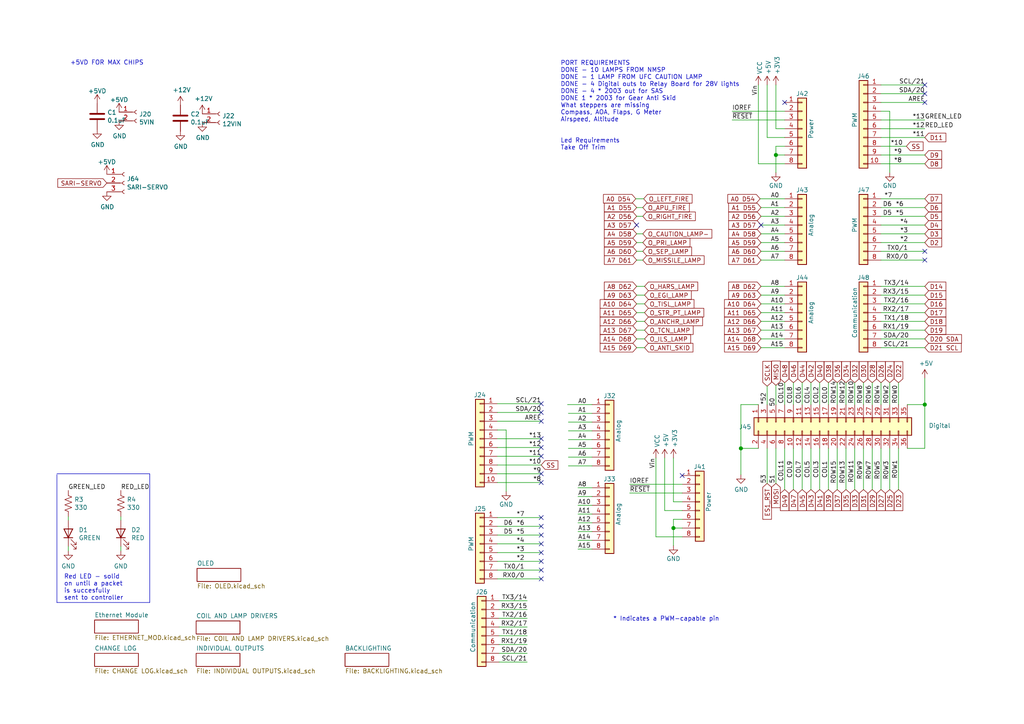
<source format=kicad_sch>
(kicad_sch (version 20231120) (generator "eeschema") (generator_version "8.0")
  (paper "A4")
  (title_block (date "mar. 31 mars 2015"))
  (lib_symbols
    (symbol "Connector:Conn_01x02_Female" (pin_names (offset 1.016) hide)
      (property "Reference" "J" (at 0 2.54 0))
      (property "Value" "Conn_01x02_Female" (at 0 -5.08 0))
      (symbol "Conn_01x02_Female_1_1"
        (pin passive line (at -5.08 0 0) (length 3.81) (name "Pin_1") (number "1"))
        (pin passive line (at -5.08 -2.54 0) (length 3.81) (name "Pin_2") (number "2"))
      )
    )
    (symbol "Connector:Conn_01x03_Socket" (pin_names (offset 1.016) hide)
      (property "Reference" "J" (at 0 5.08 0))
      (property "Value" "Conn_01x03_Socket" (at 0 -5.08 0))
      (symbol "Conn_01x03_Socket_1_1"
        (pin passive line (at -5.08 2.54 0) (length 3.81) (name "Pin_1") (number "1"))
        (pin passive line (at -5.08 0 0) (length 3.81) (name "Pin_2") (number "2"))
        (pin passive line (at -5.08 -2.54 0) (length 3.81) (name "Pin_3") (number "3"))
      )
    )
    (symbol "Connector_Generic:Conn_01x08" (pin_names (offset 1.016) hide)
      (property "Reference" "J" (at 0 10.16 0))
      (property "Value" "Conn_01x08" (at 0 -12.7 0))
      (symbol "Conn_01x08_1_1"
        (pin passive line (at -5.08 7.62 0) (length 3.81) (name "Pin_1") (number "1"))
        (pin passive line (at -5.08 5.08 0) (length 3.81) (name "Pin_2") (number "2"))
        (pin passive line (at -5.08 2.54 0) (length 3.81) (name "Pin_3") (number "3"))
        (pin passive line (at -5.08 0 0) (length 3.81) (name "Pin_4") (number "4"))
        (pin passive line (at -5.08 -2.54 0) (length 3.81) (name "Pin_5") (number "5"))
        (pin passive line (at -5.08 -5.08 0) (length 3.81) (name "Pin_6") (number "6"))
        (pin passive line (at -5.08 -7.62 0) (length 3.81) (name "Pin_7") (number "7"))
        (pin passive line (at -5.08 -10.16 0) (length 3.81) (name "Pin_8") (number "8"))
      )
    )
    (symbol "Connector_Generic:Conn_01x10" (pin_names (offset 1.016) hide)
      (property "Reference" "J" (at 0 12.7 0))
      (property "Value" "Conn_01x10" (at 0 -15.24 0))
      (symbol "Conn_01x10_1_1"
        (pin passive line (at -5.08 10.16 0) (length 3.81) (name "Pin_1") (number "1"))
        (pin passive line (at -5.08 -12.7 0) (length 3.81) (name "Pin_10") (number "10"))
        (pin passive line (at -5.08 7.62 0) (length 3.81) (name "Pin_2") (number "2"))
        (pin passive line (at -5.08 5.08 0) (length 3.81) (name "Pin_3") (number "3"))
        (pin passive line (at -5.08 2.54 0) (length 3.81) (name "Pin_4") (number "4"))
        (pin passive line (at -5.08 0 0) (length 3.81) (name "Pin_5") (number "5"))
        (pin passive line (at -5.08 -2.54 0) (length 3.81) (name "Pin_6") (number "6"))
        (pin passive line (at -5.08 -5.08 0) (length 3.81) (name "Pin_7") (number "7"))
        (pin passive line (at -5.08 -7.62 0) (length 3.81) (name "Pin_8") (number "8"))
        (pin passive line (at -5.08 -10.16 0) (length 3.81) (name "Pin_9") (number "9"))
      )
    )
    (symbol "Connector_Generic:Conn_02x18_Odd_Even" (pin_names (offset 1.016) hide)
      (property "Reference" "J" (at 1.27 22.86 0))
      (property "Value" "Conn_02x18_Odd_Even" (at 1.27 -25.4 0))
      (symbol "Conn_02x18_Odd_Even_1_1"
        (pin passive line (at -5.08 20.32 0) (length 3.81) (name "Pin_1") (number "1"))
        (pin passive line (at 7.62 10.16 180) (length 3.81) (name "Pin_10") (number "10"))
        (pin passive line (at -5.08 7.62 0) (length 3.81) (name "Pin_11") (number "11"))
        (pin passive line (at 7.62 7.62 180) (length 3.81) (name "Pin_12") (number "12"))
        (pin passive line (at -5.08 5.08 0) (length 3.81) (name "Pin_13") (number "13"))
        (pin passive line (at 7.62 5.08 180) (length 3.81) (name "Pin_14") (number "14"))
        (pin passive line (at -5.08 2.54 0) (length 3.81) (name "Pin_15") (number "15"))
        (pin passive line (at 7.62 2.54 180) (length 3.81) (name "Pin_16") (number "16"))
        (pin passive line (at -5.08 0 0) (length 3.81) (name "Pin_17") (number "17"))
        (pin passive line (at 7.62 0 180) (length 3.81) (name "Pin_18") (number "18"))
        (pin passive line (at -5.08 -2.54 0) (length 3.81) (name "Pin_19") (number "19"))
        (pin passive line (at 7.62 20.32 180) (length 3.81) (name "Pin_2") (number "2"))
        (pin passive line (at 7.62 -2.54 180) (length 3.81) (name "Pin_20") (number "20"))
        (pin passive line (at -5.08 -5.08 0) (length 3.81) (name "Pin_21") (number "21"))
        (pin passive line (at 7.62 -5.08 180) (length 3.81) (name "Pin_22") (number "22"))
        (pin passive line (at -5.08 -7.62 0) (length 3.81) (name "Pin_23") (number "23"))
        (pin passive line (at 7.62 -7.62 180) (length 3.81) (name "Pin_24") (number "24"))
        (pin passive line (at -5.08 -10.16 0) (length 3.81) (name "Pin_25") (number "25"))
        (pin passive line (at 7.62 -10.16 180) (length 3.81) (name "Pin_26") (number "26"))
        (pin passive line (at -5.08 -12.7 0) (length 3.81) (name "Pin_27") (number "27"))
        (pin passive line (at 7.62 -12.7 180) (length 3.81) (name "Pin_28") (number "28"))
        (pin passive line (at -5.08 -15.24 0) (length 3.81) (name "Pin_29") (number "29"))
        (pin passive line (at -5.08 17.78 0) (length 3.81) (name "Pin_3") (number "3"))
        (pin passive line (at 7.62 -15.24 180) (length 3.81) (name "Pin_30") (number "30"))
        (pin passive line (at -5.08 -17.78 0) (length 3.81) (name "Pin_31") (number "31"))
        (pin passive line (at 7.62 -17.78 180) (length 3.81) (name "Pin_32") (number "32"))
        (pin passive line (at -5.08 -20.32 0) (length 3.81) (name "Pin_33") (number "33"))
        (pin passive line (at 7.62 -20.32 180) (length 3.81) (name "Pin_34") (number "34"))
        (pin passive line (at -5.08 -22.86 0) (length 3.81) (name "Pin_35") (number "35"))
        (pin passive line (at 7.62 -22.86 180) (length 3.81) (name "Pin_36") (number "36"))
        (pin passive line (at 7.62 17.78 180) (length 3.81) (name "Pin_4") (number "4"))
        (pin passive line (at -5.08 15.24 0) (length 3.81) (name "Pin_5") (number "5"))
        (pin passive line (at 7.62 15.24 180) (length 3.81) (name "Pin_6") (number "6"))
        (pin passive line (at -5.08 12.7 0) (length 3.81) (name "Pin_7") (number "7"))
        (pin passive line (at 7.62 12.7 180) (length 3.81) (name "Pin_8") (number "8"))
        (pin passive line (at -5.08 10.16 0) (length 3.81) (name "Pin_9") (number "9"))
      )
    )
    (symbol "Device:C" (pin_numbers hide) (pin_names (offset 0.254))
      (property "Reference" "C" (at 0.635 2.54 0))
      (property "Value" "C" (at 0.635 -2.54 0))
      (symbol "C_1_1"
        (pin passive line (at 0 3.81 270) (length 2.794) (name "~") (number "1"))
        (pin passive line (at 0 -3.81 90) (length 2.794) (name "~") (number "2"))
      )
    )
    (symbol "Device:LED" (pin_numbers hide) (pin_names (offset 1.016) hide)
      (property "Reference" "D" (at 0 2.54 0))
      (property "Value" "LED" (at 0 -2.54 0))
      (symbol "LED_1_1"
        (pin passive line (at -3.81 0 0) (length 2.54) (name "K") (number "1"))
        (pin passive line (at 3.81 0 180) (length 2.54) (name "A") (number "2"))
      )
    )
    (symbol "Device:R_US" (pin_numbers hide) (pin_names (offset 0))
      (property "Reference" "R" (at 2.54 0 90))
      (property "Value" "R_US" (at -2.54 0 90))
      (symbol "R_US_1_1"
        (pin passive line (at 0 3.81 270) (length 1.27) (name "~") (number "1"))
        (pin passive line (at 0 -3.81 90) (length 1.27) (name "~") (number "2"))
      )
    )
    (symbol "power:+12V" (power) (pin_names (offset 0))
      (property "Value" "+12V" (at 0 3.556 0))
      (symbol "+12V_1_1"
        (pin power_in line (at 0 0 90) (length 0) hide (name "+12V") (number "1"))
      )
    )
    (symbol "power:+3V3" (power) (pin_names (offset 0))
      (property "Value" "+3V3" (at 0 3.556 0))
      (symbol "+3V3_1_1"
        (pin power_in line (at 0 0 90) (length 0) hide (name "+3V3") (number "1"))
      )
    )
    (symbol "power:+5V" (power) (pin_names (offset 0))
      (property "Value" "+5V" (at 0 3.556 0))
      (symbol "+5V_1_1"
        (pin power_in line (at 0 0 90) (length 0) hide (name "+5V") (number "1"))
      )
    )
    (symbol "power:+5VD" (power) (pin_names (offset 0))
      (property "Value" "+5VD" (at 0 3.556 0))
      (symbol "+5VD_1_1"
        (pin power_in line (at 0 0 90) (length 0) hide (name "+5VD") (number "1"))
      )
    )
    (symbol "power:GND" (power) (pin_names (offset 0))
      (property "Value" "GND" (at 0 -3.81 0))
      (symbol "GND_1_1"
        (pin power_in line (at 0 0 270) (length 0) hide (name "GND") (number "1"))
      )
    )
    (symbol "power:VCC" (power) (pin_names (offset 0))
      (property "Value" "VCC" (at 0 3.81 0))
      (symbol "VCC_1_1"
        (pin power_in line (at 0 0 90) (length 0) hide (name "VCC") (number "1"))
      )
    )
  )
  (junction (at 214.884 130.048) (diameter 1.016))
  (junction (at 225.044 44.958) (diameter 1.016))
  (junction (at 195.326 153.162) (diameter 1.016))
  (junction (at 268.224 117.348) (diameter 1.016))
  (no_connect (at 156.972 167.894))
  (no_connect (at 156.972 162.814))
  (no_connect (at 156.972 117.094))
  (no_connect (at 156.972 165.354))
  (no_connect (at 156.972 129.794))
  (no_connect (at 156.972 122.174))
  (no_connect (at 156.972 132.334))
  (no_connect (at 156.972 139.954))
  (no_connect (at 156.972 152.654))
  (no_connect (at 156.972 119.634))
  (no_connect (at 156.972 137.414))
  (no_connect (at 156.972 150.114))
  (no_connect (at 197.866 137.922))
  (no_connect (at 156.972 160.274))
  (no_connect (at 220.726 65.278))
  (no_connect (at 156.972 155.194))
  (no_connect (at 156.972 127.254))
  (no_connect (at 184.658 65.278))
  (no_connect (at 227.584 29.718))
  (no_connect (at 268.224 29.718))
  (no_connect (at 268.224 27.178))
  (no_connect (at 268.224 24.638))
  (no_connect (at 268.224 72.898))
  (no_connect (at 268.224 75.438))
  (no_connect (at 156.972 157.734))
  (wire (pts (xy 255.524 75.438) (xy 268.224 75.438)))
  (wire (pts (xy 255.524 42.418) (xy 262.89 42.418)))
  (wire (pts (xy 309.626 83.058) (xy 315.468 83.058)))
  (wire (pts (xy 220.472 57.658) (xy 227.584 57.658)))
  (polyline (pts (xy 43.434 174.752) (xy 43.434 137.414)))
  (wire (pts (xy 144.272 167.894) (xy 156.972 167.894)))
  (wire (pts (xy 220.726 62.738) (xy 227.584 62.738)))
  (wire (pts (xy 190.246 155.702) (xy 190.246 132.842)))
  (wire (pts (xy 237.744 110.998) (xy 237.744 117.348)))
  (wire (pts (xy 184.658 98.298) (xy 186.944 98.298)))
  (wire (pts (xy 184.658 100.838) (xy 186.944 100.838)))
  (wire (pts (xy 220.726 83.058) (xy 227.584 83.058)))
  (wire (pts (xy 255.524 24.638) (xy 268.224 24.638)))
  (polyline (pts (xy 16.51 137.414) (xy 43.434 137.414)))
  (wire (pts (xy 220.726 100.838) (xy 227.584 100.838)))
  (wire (pts (xy 146.812 124.714) (xy 146.812 142.494)))
  (wire (pts (xy 144.272 160.274) (xy 156.972 160.274)))
  (wire (pts (xy 268.224 117.348) (xy 268.224 130.048)))
  (wire (pts (xy 309.372 70.358) (xy 315.468 70.358)))
  (wire (pts (xy 184.658 95.758) (xy 186.944 95.758)))
  (wire (pts (xy 219.964 117.348) (xy 214.884 117.348)))
  (wire (pts (xy 220.726 90.678) (xy 227.584 90.678)))
  (wire (pts (xy 164.846 130.048) (xy 171.704 130.048)))
  (wire (pts (xy 245.364 110.998) (xy 245.364 117.348)))
  (wire (pts (xy 255.524 88.138) (xy 268.224 88.138)))
  (wire (pts (xy 225.044 42.418) (xy 225.044 44.958)))
  (wire (pts (xy 220.726 75.438) (xy 227.584 75.438)))
  (wire (pts (xy 184.404 57.658) (xy 186.69 57.658)))
  (wire (pts (xy 242.824 130.048) (xy 242.824 141.986)))
  (wire (pts (xy 232.664 110.998) (xy 232.664 117.348)))
  (wire (pts (xy 164.846 135.128) (xy 171.704 135.128)))
  (wire (pts (xy 197.866 155.702) (xy 190.246 155.702)))
  (wire (pts (xy 184.658 62.738) (xy 186.436 62.738)))
  (wire (pts (xy 225.044 111.76) (xy 225.044 117.348)))
  (wire (pts (xy 144.272 132.334) (xy 156.972 132.334)))
  (wire (pts (xy 225.044 44.958) (xy 225.044 50.038)))
  (wire (pts (xy 167.64 154.178) (xy 171.704 154.178)))
  (wire (pts (xy 255.524 130.048) (xy 255.524 141.986)))
  (wire (pts (xy 182.626 140.462) (xy 197.866 140.462)))
  (wire (pts (xy 225.044 37.338) (xy 227.584 37.338)))
  (wire (pts (xy 144.272 137.414) (xy 156.972 137.414)))
  (wire (pts (xy 240.284 130.048) (xy 240.284 141.986)))
  (wire (pts (xy 182.626 143.002) (xy 197.866 143.002)))
  (wire (pts (xy 222.504 39.878) (xy 227.584 39.878)))
  (wire (pts (xy 245.364 130.048) (xy 245.364 141.986)))
  (wire (pts (xy 184.658 90.678) (xy 186.944 90.678)))
  (wire (pts (xy 19.812 149.86) (xy 19.812 150.876)))
  (wire (pts (xy 222.504 24.638) (xy 222.504 39.878)))
  (wire (pts (xy 230.124 130.048) (xy 230.124 141.986)))
  (polyline (pts (xy 16.51 137.668) (xy 16.51 174.752)))
  (wire (pts (xy 252.984 130.048) (xy 252.984 141.986)))
  (wire (pts (xy 220.726 72.898) (xy 227.584 72.898)))
  (wire (pts (xy 144.272 152.654) (xy 156.972 152.654)))
  (wire (pts (xy 184.658 85.598) (xy 186.944 85.598)))
  (wire (pts (xy 255.524 34.798) (xy 268.224 34.798)))
  (wire (pts (xy 220.726 98.298) (xy 227.584 98.298)))
  (wire (pts (xy 225.044 24.638) (xy 225.044 37.338)))
  (wire (pts (xy 220.726 88.138) (xy 227.584 88.138)))
  (wire (pts (xy 255.524 57.658) (xy 268.224 57.658)))
  (wire (pts (xy 255.524 37.338) (xy 268.224 37.338)))
  (wire (pts (xy 255.524 60.198) (xy 268.224 60.198)))
  (wire (pts (xy 144.78 174.244) (xy 152.908 174.244)))
  (wire (pts (xy 144.272 119.634) (xy 156.972 119.634)))
  (wire (pts (xy 167.64 144.018) (xy 171.704 144.018)))
  (wire (pts (xy 255.524 90.678) (xy 268.224 90.678)))
  (wire (pts (xy 164.846 122.428) (xy 171.704 122.428)))
  (wire (pts (xy 192.786 132.842) (xy 192.786 148.082)))
  (wire (pts (xy 195.326 132.842) (xy 195.326 145.542)))
  (wire (pts (xy 255.524 95.758) (xy 268.224 95.758)))
  (wire (pts (xy 195.326 150.622) (xy 195.326 153.162)))
  (wire (pts (xy 144.78 179.324) (xy 152.908 179.324)))
  (wire (pts (xy 164.846 127.508) (xy 171.704 127.508)))
  (wire (pts (xy 167.64 149.098) (xy 171.704 149.098)))
  (wire (pts (xy 144.272 124.714) (xy 146.812 124.714)))
  (wire (pts (xy 214.884 117.348) (xy 214.884 130.048)))
  (wire (pts (xy 219.964 130.048) (xy 214.884 130.048)))
  (wire (pts (xy 255.524 44.958) (xy 268.224 44.958)))
  (wire (pts (xy 144.272 165.354) (xy 156.972 165.354)))
  (wire (pts (xy 220.726 67.818) (xy 227.584 67.818)))
  (wire (pts (xy 144.272 157.734) (xy 156.972 157.734)))
  (wire (pts (xy 235.204 110.998) (xy 235.204 117.348)))
  (wire (pts (xy 250.444 130.048) (xy 250.444 141.986)))
  (wire (pts (xy 255.524 65.278) (xy 268.224 65.278)))
  (wire (pts (xy 184.658 72.898) (xy 186.436 72.898)))
  (wire (pts (xy 242.824 110.998) (xy 242.824 117.348)))
  (wire (pts (xy 237.744 130.048) (xy 237.744 141.986)))
  (wire (pts (xy 184.658 93.218) (xy 186.944 93.218)))
  (wire (pts (xy 144.272 129.794) (xy 156.972 129.794)))
  (wire (pts (xy 227.584 130.048) (xy 227.584 141.986)))
  (wire (pts (xy 220.726 70.358) (xy 227.584 70.358)))
  (wire (pts (xy 195.326 153.162) (xy 195.326 158.242)))
  (wire (pts (xy 212.344 32.258) (xy 227.584 32.258)))
  (wire (pts (xy 144.78 176.784) (xy 152.908 176.784)))
  (wire (pts (xy 197.866 150.622) (xy 195.326 150.622)))
  (wire (pts (xy 167.64 156.718) (xy 171.704 156.718)))
  (wire (pts (xy 255.524 85.598) (xy 268.224 85.598)))
  (wire (pts (xy 184.658 67.818) (xy 186.436 67.818)))
  (wire (pts (xy 268.224 109.728) (xy 268.224 117.348)))
  (wire (pts (xy 35.052 158.496) (xy 35.052 159.766)))
  (wire (pts (xy 258.064 32.258) (xy 258.064 50.038)))
  (wire (pts (xy 144.272 162.814) (xy 156.972 162.814)))
  (wire (pts (xy 255.524 100.838) (xy 268.224 100.838)))
  (wire (pts (xy 167.64 159.258) (xy 171.704 159.258)))
  (wire (pts (xy 144.78 192.024) (xy 152.908 192.024)))
  (wire (pts (xy 255.524 29.718) (xy 268.224 29.718)))
  (wire (pts (xy 167.64 141.478) (xy 171.704 141.478)))
  (wire (pts (xy 263.144 117.348) (xy 268.224 117.348)))
  (wire (pts (xy 260.604 110.998) (xy 260.604 117.348)))
  (wire (pts (xy 255.524 93.218) (xy 268.224 93.218)))
  (wire (pts (xy 220.726 65.278) (xy 227.584 65.278)))
  (wire (pts (xy 35.052 149.86) (xy 35.052 150.876)))
  (wire (pts (xy 144.78 186.944) (xy 152.908 186.944)))
  (wire (pts (xy 220.726 95.758) (xy 227.584 95.758)))
  (wire (pts (xy 167.64 151.638) (xy 171.704 151.638)))
  (wire (pts (xy 212.344 34.798) (xy 227.584 34.798)))
  (wire (pts (xy 227.584 44.958) (xy 225.044 44.958)))
  (wire (pts (xy 164.592 117.348) (xy 171.704 117.348)))
  (wire (pts (xy 258.064 110.998) (xy 258.064 117.348)))
  (wire (pts (xy 144.272 155.194) (xy 156.972 155.194)))
  (wire (pts (xy 315.468 95.758) (xy 309.88 95.758)))
  (wire (pts (xy 195.326 145.542) (xy 197.866 145.542)))
  (wire (pts (xy 250.444 110.998) (xy 250.444 117.348)))
  (polyline (pts (xy 16.51 174.752) (xy 43.434 174.752)))
  (wire (pts (xy 315.468 88.138) (xy 309.88 88.138)))
  (wire (pts (xy 144.272 150.114) (xy 156.972 150.114)))
  (wire (pts (xy 220.726 60.198) (xy 227.584 60.198)))
  (wire (pts (xy 184.658 60.198) (xy 186.436 60.198)))
  (wire (pts (xy 255.524 110.998) (xy 255.524 117.348)))
  (wire (pts (xy 227.584 47.498) (xy 219.964 47.498)))
  (wire (pts (xy 222.504 112.014) (xy 222.504 117.348)))
  (wire (pts (xy 220.726 85.598) (xy 227.584 85.598)))
  (wire (pts (xy 230.124 110.998) (xy 230.124 117.348)))
  (wire (pts (xy 225.044 130.048) (xy 225.044 140.208)))
  (wire (pts (xy 247.904 110.998) (xy 247.904 117.348)))
  (wire (pts (xy 255.524 83.058) (xy 268.224 83.058)))
  (wire (pts (xy 247.904 130.048) (xy 247.904 141.986)))
  (wire (pts (xy 164.846 132.588) (xy 171.704 132.588)))
  (wire (pts (xy 144.78 181.864) (xy 152.908 181.864)))
  (wire (pts (xy 144.272 127.254) (xy 156.972 127.254)))
  (wire (pts (xy 222.504 130.048) (xy 222.504 140.208)))
  (wire (pts (xy 255.524 32.258) (xy 258.064 32.258)))
  (wire (pts (xy 232.664 130.048) (xy 232.664 141.986)))
  (wire (pts (xy 220.726 93.218) (xy 227.584 93.218)))
  (wire (pts (xy 227.584 42.418) (xy 225.044 42.418)))
  (wire (pts (xy 144.272 117.094) (xy 156.972 117.094)))
  (wire (pts (xy 144.78 184.404) (xy 152.908 184.404)))
  (wire (pts (xy 184.658 88.138) (xy 186.944 88.138)))
  (wire (pts (xy 315.468 93.218) (xy 309.88 93.218)))
  (wire (pts (xy 255.524 39.878) (xy 268.224 39.878)))
  (wire (pts (xy 315.468 100.838) (xy 309.88 100.838)))
  (wire (pts (xy 197.866 153.162) (xy 195.326 153.162)))
  (wire (pts (xy 144.272 139.954) (xy 156.972 139.954)))
  (wire (pts (xy 184.658 75.438) (xy 186.436 75.438)))
  (wire (pts (xy 255.524 62.738) (xy 268.224 62.738)))
  (wire (pts (xy 144.78 189.484) (xy 152.908 189.484)))
  (wire (pts (xy 164.846 124.968) (xy 171.704 124.968)))
  (wire (pts (xy 255.524 98.298) (xy 268.224 98.298)))
  (wire (pts (xy 268.224 130.048) (xy 263.144 130.048)))
  (wire (pts (xy 227.584 110.998) (xy 227.584 117.348)))
  (wire (pts (xy 315.468 90.678) (xy 309.88 90.678)))
  (wire (pts (xy 260.604 130.048) (xy 260.604 141.986)))
  (wire (pts (xy 255.524 27.178) (xy 268.224 27.178)))
  (wire (pts (xy 258.064 130.048) (xy 258.064 141.986)))
  (wire (pts (xy 255.524 70.358) (xy 268.224 70.358)))
  (wire (pts (xy 252.984 110.998) (xy 252.984 117.348)))
  (wire (pts (xy 255.524 67.818) (xy 268.224 67.818)))
  (wire (pts (xy 164.846 119.888) (xy 171.704 119.888)))
  (wire (pts (xy 235.204 130.048) (xy 235.204 141.986)))
  (wire (pts (xy 167.64 146.558) (xy 171.704 146.558)))
  (wire (pts (xy 184.658 83.058) (xy 186.944 83.058)))
  (wire (pts (xy 184.658 70.358) (xy 186.436 70.358)))
  (wire (pts (xy 255.524 72.898) (xy 268.224 72.898)))
  (wire (pts (xy 144.272 122.174) (xy 156.972 122.174)))
  (wire (pts (xy 219.964 47.498) (xy 219.964 24.638)))
  (wire (pts (xy 214.884 130.048) (xy 214.884 137.668)))
  (wire (pts (xy 144.272 134.874) (xy 156.972 134.874)))
  (wire (pts (xy 192.786 148.082) (xy 197.866 148.082)))
  (wire (pts (xy 19.812 158.496) (xy 19.812 159.766)))
  (wire (pts (xy 240.284 110.998) (xy 240.284 117.348)))
  (wire (pts (xy 315.468 98.298) (xy 309.88 98.298)))
  (wire (pts (xy 255.524 47.498) (xy 268.224 47.498)))
  (text "Red LED - solid\non until a packet\nis succesfully \nsent to controller" (at 18.542 174.244 0) (effects (font (size 1.27 1.27)) (justify left bottom)))
  (text "+5VD FOR MAX CHIPS" (at 20.32 19.05 0) (effects (font (size 1.27 1.27)) (justify left bottom)))
  (text "* Indicates a PWM-capable pin" (at 177.8 180.34 0) (effects (font (size 1.27 1.27)) (justify left bottom)))
  (text "PORT REQUIREMENTS\nDONE - 10 LAMPS FROM NMSP\nDONE - 1 LAMP FROM UFC CAUTION LAMP\nDONE - 4 Digital outs to Relay Board for 28V lights\nDONE - 4 * 2003 out for SAS\nDONE 1 * 2003 for Gear Anti Skid\nWhat steppers are missing\nCompass, AOA, Flaps, G Meter\nAirspeed, Altitude\n\n\nLed Requirements \nTake Off Trim\n" (at 162.56 43.688 0) (effects (font (size 1.27 1.27)) (justify left bottom)))
  (label "A10" (at 223.52 88.138 0))
  (label "*6" (at 152.146 152.654 180))
  (label "RX0{slash}0" (at 263.398 75.438 180))
  (label "A15" (at 223.52 100.838 0))
  (label "D6" (at 146.05 152.654 0))
  (label "A2" (at 223.52 62.738 0))
  (label "RX2{slash}17" (at 263.652 90.678 180))
  (label "A10" (at 167.64 146.558 0))
  (label "*4" (at 263.398 65.278 180))
  (label "*8" (at 156.972 139.954 180))
  (label "D5" (at 256.032 62.738 0))
  (label "A9" (at 167.64 144.018 0))
  (label "ROW10" (at 247.904 117.094 90))
  (label "RX3{slash}15" (at 152.908 176.784 180))
  (label "ROW15" (at 242.824 133.604 270))
  (label "SDA{slash}20" (at 263.652 98.298 180))
  (label "ROW14" (at 242.824 117.094 90))
  (label "COL2" (at 237.744 117.094 90))
  (label "RX1{slash}19" (at 152.908 186.944 180))
  (label "*2" (at 152.146 162.814 180))
  (label "*2" (at 263.398 70.358 180))
  (label "Vin" (at 190.246 132.842 270))
  (label "*13" (at 156.972 127.254 180))
  (label "TX1{slash}18" (at 263.652 93.218 180))
  (label "A4" (at 167.64 127.508 0))
  (label "A3" (at 223.52 65.278 0))
  (label "*5" (at 152.146 155.194 180))
  (label "*13" (at 268.224 34.798 180))
  (label "GREEN_LED" (at 268.224 34.798 0))
  (label "ROW9" (at 250.444 133.604 270))
  (label "*52" (at 222.504 113.792 270))
  (label "*12" (at 268.224 37.338 180))
  (label "*10" (at 156.972 134.874 180))
  (label "RED_LED" (at 35.052 142.24 0))
  (label "~{RESET}" (at 212.344 34.798 0))
  (label "D6" (at 256.032 60.198 0))
  (label "ROW11" (at 247.904 133.35 270))
  (label "A5" (at 167.64 130.048 0))
  (label "ROW8" (at 250.444 117.094 90))
  (label "COL8" (at 230.124 117.094 90))
  (label "COL5" (at 235.204 133.604 270))
  (label "*10" (at 261.874 42.418 180))
  (label "ROW5" (at 255.524 133.604 270))
  (label "*4" (at 152.146 157.734 180))
  (label "D5" (at 146.05 155.194 0))
  (label "ROW3" (at 258.064 133.604 270))
  (label "*12" (at 156.972 129.794 180))
  (label "A1" (at 167.64 119.888 0))
  (label "TX3{slash}14" (at 152.908 174.244 180))
  (label "*9" (at 156.972 137.414 180))
  (label "COL7" (at 232.664 133.604 270))
  (label "A15" (at 167.64 159.258 0))
  (label "A0" (at 167.64 117.348 0))
  (label "SCL{slash}21" (at 152.908 192.024 180))
  (label "A13" (at 223.52 95.758 0))
  (label "SDA{slash}20" (at 156.972 119.634 180))
  (label "A12" (at 167.64 151.638 0))
  (label "51" (at 225.044 140.208 90))
  (label "*7" (at 258.826 57.658 180))
  (label "SDA{slash}20" (at 268.224 27.178 180))
  (label "ROW2" (at 258.064 117.094 90))
  (label "*8" (at 261.62 47.498 180))
  (label "RX2{slash}17" (at 152.908 181.864 180))
  (label "A9" (at 223.52 85.598 0))
  (label "COL1" (at 240.284 133.604 270))
  (label "RX0{slash}0" (at 152.146 167.894 180))
  (label "*11" (at 268.224 39.878 180))
  (label "*3" (at 263.398 67.818 180))
  (label "ROW4" (at 255.524 117.094 90))
  (label "A6" (at 223.52 72.898 0))
  (label "COL3" (at 237.744 133.604 270))
  (label "TX1{slash}18" (at 152.908 184.404 180))
  (label "RED_LED" (at 268.224 37.338 0))
  (label "A1" (at 223.52 60.198 0))
  (label "53" (at 222.504 140.208 90))
  (label "SDA{slash}20" (at 152.908 189.484 180))
  (label "TX0{slash}1" (at 263.398 72.898 180))
  (label "AREF" (at 156.972 122.174 180))
  (label "A13" (at 167.64 154.178 0))
  (label "COL9" (at 230.124 133.604 270))
  (label "RX1{slash}19" (at 263.652 95.758 180))
  (label "IOREF" (at 182.626 140.462 0))
  (label "A0" (at 223.52 57.658 0))
  (label "AREF" (at 268.224 29.718 180))
  (label "A14" (at 223.52 98.298 0))
  (label "A8" (at 223.52 83.058 0))
  (label "A7" (at 167.64 135.128 0))
  (label "Vin" (at 219.964 24.638 270))
  (label "ROW0" (at 260.604 117.094 90))
  (label "A6" (at 167.64 132.588 0))
  (label "*6" (at 262.128 60.198 180))
  (label "SCL{slash}21" (at 268.224 24.638 180))
  (label "COL4" (at 235.204 117.094 90))
  (label "*9" (at 261.62 44.958 180))
  (label "~{RESET}" (at 182.626 143.002 0))
  (label "50" (at 225.044 115.316 270))
  (label "TX2{slash}16" (at 263.652 88.138 180))
  (label "ROW7" (at 252.984 133.604 270))
  (label "ROW12" (at 245.364 117.094 90))
  (label "TX0{slash}1" (at 152.146 165.354 180))
  (label "ROW1" (at 260.604 133.35 270))
  (label "*5" (at 262.128 62.738 180))
  (label "COL6" (at 232.664 117.094 90))
  (label "*11" (at 156.972 132.334 180))
  (label "A2" (at 167.64 122.428 0))
  (label "ROW13" (at 245.364 133.604 270))
  (label "IOREF" (at 212.344 32.258 0))
  (label "TX2{slash}16" (at 152.908 179.324 180))
  (label "*7" (at 152.146 150.114 180))
  (label "GREEN_LED" (at 19.812 142.24 0))
  (label "COL0" (at 240.284 117.094 90))
  (label "A7" (at 223.52 75.438 0))
  (label "A3" (at 167.64 124.968 0))
  (label "A11" (at 223.52 90.678 0))
  (label "A4" (at 223.52 67.818 0))
  (label "ROW6" (at 252.984 117.094 90))
  (label "A5" (at 223.52 70.358 0))
  (label "RX3{slash}15" (at 263.652 85.598 180))
  (label "SCL{slash}21" (at 156.972 117.094 180))
  (label "TX3{slash}14" (at 263.652 83.058 180))
  (label "COL11" (at 227.584 133.35 270))
  (label "A11" (at 167.64 149.098 0))
  (label "A8" (at 167.64 141.478 0))
  (label "COL10" (at 227.584 117.094 90))
  (label "*3" (at 152.146 160.274 180))
  (label "A12" (at 223.52 93.218 0))
  (label "A14" (at 167.64 156.718 0))
  (label "SCL{slash}21" (at 263.652 100.838 180))
  (global_label "D2" (shape input) (at 309.372 70.358 180) (property "Intersheetrefs" "${INTERSHEET_REFS}" (effects (hide yes))))
  (global_label "D48" (shape input) (at 227.584 110.998 90) (property "Intersheetrefs" "${INTERSHEET_REFS}" (effects (hide yes))))
  (global_label "D33" (shape input) (at 247.904 141.986 270) (property "Intersheetrefs" "${INTERSHEET_REFS}" (effects (hide yes))))
  (global_label "D40" (shape input) (at 237.744 110.998 90) (property "Intersheetrefs" "${INTERSHEET_REFS}" (effects (hide yes))))
  (global_label "D47" (shape input) (at 230.124 141.986 270) (property "Intersheetrefs" "${INTERSHEET_REFS}" (effects (hide yes))))
  (global_label "O_TISL_LAMP" (shape input) (at 186.944 88.138 0) (property "Intersheetrefs" "${INTERSHEET_REFS}" (effects (hide yes))))
  (global_label "A5 D59" (shape input) (at 184.658 70.358 180) (property "Intersheetrefs" "${INTERSHEET_REFS}" (effects (hide yes))))
  (global_label "A1 D55" (shape input) (at 220.726 60.198 180) (property "Intersheetrefs" "${INTERSHEET_REFS}" (effects (hide yes))))
  (global_label "D21 SCL" (shape input) (at 309.88 100.838 180) (property "Intersheetrefs" "${INTERSHEET_REFS}" (effects (hide yes))))
  (global_label "SARI-SERVO" (shape input) (at 315.468 83.058 0) (property "Intersheetrefs" "${INTERSHEET_REFS}" (effects (hide yes))))
  (global_label "A15 D69" (shape input) (at 220.726 100.838 180) (property "Intersheetrefs" "${INTERSHEET_REFS}" (effects (hide yes))))
  (global_label "D28" (shape input) (at 252.984 110.998 90) (property "Intersheetrefs" "${INTERSHEET_REFS}" (effects (hide yes))))
  (global_label "D32" (shape input) (at 247.904 110.998 90) (property "Intersheetrefs" "${INTERSHEET_REFS}" (effects (hide yes))))
  (global_label "O_RIGHT_FIRE" (shape input) (at 186.436 62.738 0) (property "Intersheetrefs" "${INTERSHEET_REFS}" (effects (hide yes))))
  (global_label "O_ANTI_SKID" (shape input) (at 186.944 100.838 0) (property "Intersheetrefs" "${INTERSHEET_REFS}" (effects (hide yes))))
  (global_label "D24" (shape input) (at 258.064 110.998 90) (property "Intersheetrefs" "${INTERSHEET_REFS}" (effects (hide yes))))
  (global_label "A14 D68" (shape input) (at 184.658 98.298 180) (property "Intersheetrefs" "${INTERSHEET_REFS}" (effects (hide yes))))
  (global_label "D35" (shape input) (at 245.364 141.986 270) (property "Intersheetrefs" "${INTERSHEET_REFS}" (effects (hide yes))))
  (global_label "A2 D56" (shape input) (at 220.726 62.738 180) (property "Intersheetrefs" "${INTERSHEET_REFS}" (effects (hide yes))))
  (global_label "SS" (shape input) (at 156.972 134.874 0) (property "Intersheetrefs" "${INTERSHEET_REFS}" (effects (hide yes))))
  (global_label "D3" (shape input) (at 268.224 67.818 0) (property "Intersheetrefs" "${INTERSHEET_REFS}" (effects (hide yes))))
  (global_label "O_LEFT_FIRE" (shape input) (at 186.69 57.658 0) (property "Intersheetrefs" "${INTERSHEET_REFS}" (effects (hide yes))))
  (global_label "D16" (shape input) (at 309.88 88.138 180) (property "Intersheetrefs" "${INTERSHEET_REFS}" (effects (hide yes))))
  (global_label "I2C_SEL_A2" (shape input) (at 315.468 95.758 0) (property "Intersheetrefs" "${INTERSHEET_REFS}" (effects (hide yes))))
  (global_label "SS" (shape input) (at 262.89 42.418 0) (property "Intersheetrefs" "${INTERSHEET_REFS}" (effects (hide yes))))
  (global_label "D17" (shape input) (at 268.224 90.678 0) (property "Intersheetrefs" "${INTERSHEET_REFS}" (effects (hide yes))))
  (global_label "D38" (shape input) (at 240.284 110.998 90) (property "Intersheetrefs" "${INTERSHEET_REFS}" (effects (hide yes))))
  (global_label "D8" (shape input) (at 268.224 47.498 0) (property "Intersheetrefs" "${INTERSHEET_REFS}" (effects (hide yes))))
  (global_label "D43" (shape input) (at 235.204 141.986 270) (property "Intersheetrefs" "${INTERSHEET_REFS}" (effects (hide yes))))
  (global_label "A14 D68" (shape input) (at 220.726 98.298 180) (property "Intersheetrefs" "${INTERSHEET_REFS}" (effects (hide yes))))
  (global_label "A2 D56" (shape input) (at 184.658 62.738 180) (property "Intersheetrefs" "${INTERSHEET_REFS}" (effects (hide yes))))
  (global_label "I2C_SEL_RESET" (shape input) (at 315.468 88.138 0) (property "Intersheetrefs" "${INTERSHEET_REFS}" (effects (hide yes))))
  (global_label "O_MISSILE_LAMP" (shape input) (at 186.436 75.438 0) (property "Intersheetrefs" "${INTERSHEET_REFS}" (effects (hide yes))))
  (global_label "O_ANCHR_LAMP" (shape input) (at 186.944 93.218 0) (property "Intersheetrefs" "${INTERSHEET_REFS}" (effects (hide yes))))
  (global_label "O_ILS_LAMP" (shape input) (at 186.944 98.298 0) (property "Intersheetrefs" "${INTERSHEET_REFS}" (effects (hide yes))))
  (global_label "D26" (shape input) (at 255.524 110.998 90) (property "Intersheetrefs" "${INTERSHEET_REFS}" (effects (hide yes))))
  (global_label "O_PRI_LAMP" (shape input) (at 186.436 70.358 0) (property "Intersheetrefs" "${INTERSHEET_REFS}" (effects (hide yes))))
  (global_label "D39" (shape input) (at 240.284 141.986 270) (property "Intersheetrefs" "${INTERSHEET_REFS}" (effects (hide yes))))
  (global_label "ES1_RST" (shape input) (at 222.504 140.208 270) (property "Intersheetrefs" "${INTERSHEET_REFS}" (effects (hide yes))))
  (global_label "D45" (shape input) (at 232.664 141.986 270) (property "Intersheetrefs" "${INTERSHEET_REFS}" (effects (hide yes))))
  (global_label "D27" (shape input) (at 255.524 141.986 270) (property "Intersheetrefs" "${INTERSHEET_REFS}" (effects (hide yes))))
  (global_label "SARI-SERVO" (shape input) (at 30.988 53.086 180) (property "Intersheetrefs" "${INTERSHEET_REFS}" (effects (hide yes))))
  (global_label "MISO" (shape input) (at 225.044 111.76 90) (property "Intersheetrefs" "${INTERSHEET_REFS}" (effects (hide yes))))
  (global_label "A11 D65" (shape input) (at 184.658 90.678 180) (property "Intersheetrefs" "${INTERSHEET_REFS}" (effects (hide yes))))
  (global_label "A10 D64" (shape input) (at 220.726 88.138 180) (property "Intersheetrefs" "${INTERSHEET_REFS}" (effects (hide yes))))
  (global_label "D19" (shape input) (at 268.224 95.758 0) (property "Intersheetrefs" "${INTERSHEET_REFS}" (effects (hide yes))))
  (global_label "A0 D54" (shape input) (at 220.472 57.658 180) (property "Intersheetrefs" "${INTERSHEET_REFS}" (effects (hide yes))))
  (global_label "A9 D63" (shape input) (at 220.726 85.598 180) (property "Intersheetrefs" "${INTERSHEET_REFS}" (effects (hide yes))))
  (global_label "D9" (shape input) (at 268.224 44.958 0) (property "Intersheetrefs" "${INTERSHEET_REFS}" (effects (hide yes))))
  (global_label "O_APU_FIRE" (shape input) (at 186.436 60.198 0) (property "Intersheetrefs" "${INTERSHEET_REFS}" (effects (hide yes))))
  (global_label "D5" (shape input) (at 268.224 62.738 0) (property "Intersheetrefs" "${INTERSHEET_REFS}" (effects (hide yes))))
  (global_label "A8 D62" (shape input) (at 184.658 83.058 180) (property "Intersheetrefs" "${INTERSHEET_REFS}" (effects (hide yes))))
  (global_label "A8 D62" (shape input) (at 220.726 83.058 180) (property "Intersheetrefs" "${INTERSHEET_REFS}" (effects (hide yes))))
  (global_label "D46" (shape input) (at 230.124 110.998 90) (property "Intersheetrefs" "${INTERSHEET_REFS}" (effects (hide yes))))
  (global_label "A9 D63" (shape input) (at 184.658 85.598 180) (property "Intersheetrefs" "${INTERSHEET_REFS}" (effects (hide yes))))
  (global_label "SCL" (shape input) (at 315.468 100.838 0) (property "Intersheetrefs" "${INTERSHEET_REFS}" (effects (hide yes))))
  (global_label "A6 D60" (shape input) (at 184.658 72.898 180) (property "Intersheetrefs" "${INTERSHEET_REFS}" (effects (hide yes))))
  (global_label "MOSI" (shape input) (at 225.044 140.208 270) (property "Intersheetrefs" "${INTERSHEET_REFS}" (effects (hide yes))))
  (global_label "A12 D66" (shape input) (at 220.726 93.218 180) (property "Intersheetrefs" "${INTERSHEET_REFS}" (effects (hide yes))))
  (global_label "D44" (shape input) (at 232.664 110.998 90) (property "Intersheetrefs" "${INTERSHEET_REFS}" (effects (hide yes))))
  (global_label "D25" (shape input) (at 258.064 141.986 270) (property "Intersheetrefs" "${INTERSHEET_REFS}" (effects (hide yes))))
  (global_label "D36" (shape input) (at 242.824 110.998 90) (property "Intersheetrefs" "${INTERSHEET_REFS}" (effects (hide yes))))
  (global_label "D6" (shape input) (at 268.224 60.198 0) (property "Intersheetrefs" "${INTERSHEET_REFS}" (effects (hide yes))))
  (global_label "D7" (shape input) (at 268.224 57.658 0) (property "Intersheetrefs" "${INTERSHEET_REFS}" (effects (hide yes))))
  (global_label "SCLK" (shape input) (at 222.504 112.014 90) (property "Intersheetrefs" "${INTERSHEET_REFS}" (effects (hide yes))))
  (global_label "O_TCN_LAMP" (shape input) (at 186.944 95.758 0) (property "Intersheetrefs" "${INTERSHEET_REFS}" (effects (hide yes))))
  (global_label "O_EGI_LAMP" (shape input) (at 186.944 85.598 0) (property "Intersheetrefs" "${INTERSHEET_REFS}" (effects (hide yes))))
  (global_label "O_CAUTION_LAMP-" (shape input) (at 186.436 67.818 0) (property "Intersheetrefs" "${INTERSHEET_REFS}" (effects (hide yes))))
  (global_label "D2" (shape input) (at 268.224 70.358 0) (property "Intersheetrefs" "${INTERSHEET_REFS}" (effects (hide yes))))
  (global_label "SDA" (shape input) (at 315.468 98.298 0) (property "Intersheetrefs" "${INTERSHEET_REFS}" (effects (hide yes))))
  (global_label "D20 SDA" (shape input) (at 309.88 98.298 180) (property "Intersheetrefs" "${INTERSHEET_REFS}" (effects (hide yes))))
  (global_label "D11" (shape input) (at 268.224 39.878 0) (property "Intersheetrefs" "${INTERSHEET_REFS}" (effects (hide yes))))
  (global_label "D29" (shape input) (at 252.984 141.986 270) (property "Intersheetrefs" "${INTERSHEET_REFS}" (effects (hide yes))))
  (global_label "D14" (shape input) (at 268.224 83.058 0) (property "Intersheetrefs" "${INTERSHEET_REFS}" (effects (hide yes))))
  (global_label "D22" (shape input) (at 260.604 110.998 90) (property "Intersheetrefs" "${INTERSHEET_REFS}" (effects (hide yes))))
  (global_label "D18" (shape input) (at 309.88 93.218 180) (property "Intersheetrefs" "${INTERSHEET_REFS}" (effects (hide yes))))
  (global_label "D16" (shape input) (at 268.224 88.138 0) (property "Intersheetrefs" "${INTERSHEET_REFS}" (effects (hide yes))))
  (global_label "D21 SCL" (shape input) (at 268.224 100.838 0) (property "Intersheetrefs" "${INTERSHEET_REFS}" (effects (hide yes))))
  (global_label "A0 D54" (shape input) (at 184.404 57.658 180) (property "Intersheetrefs" "${INTERSHEET_REFS}" (effects (hide yes))))
  (global_label "I2C_SEL_A1" (shape input) (at 315.468 93.218 0) (property "Intersheetrefs" "${INTERSHEET_REFS}" (effects (hide yes))))
  (global_label "D34" (shape input) (at 245.364 110.998 90) (property "Intersheetrefs" "${INTERSHEET_REFS}" (effects (hide yes))))
  (global_label "A13 D67" (shape input) (at 184.658 95.758 180) (property "Intersheetrefs" "${INTERSHEET_REFS}" (effects (hide yes))))
  (global_label "D20 SDA" (shape input) (at 268.224 98.298 0) (property "Intersheetrefs" "${INTERSHEET_REFS}" (effects (hide yes))))
  (global_label "O_STR_PT_LAMP" (shape input) (at 186.944 90.678 0) (property "Intersheetrefs" "${INTERSHEET_REFS}" (effects (hide yes))))
  (global_label "D23" (shape input) (at 260.604 141.986 270) (property "Intersheetrefs" "${INTERSHEET_REFS}" (effects (hide yes))))
  (global_label "D30" (shape input) (at 250.444 110.998 90) (property "Intersheetrefs" "${INTERSHEET_REFS}" (effects (hide yes))))
  (global_label "D18" (shape input) (at 268.224 93.218 0) (property "Intersheetrefs" "${INTERSHEET_REFS}" (effects (hide yes))))
  (global_label "A3 D57" (shape input) (at 220.726 65.278 180) (property "Intersheetrefs" "${INTERSHEET_REFS}" (effects (hide yes))))
  (global_label "BACKLIGHT" (shape input) (at 315.468 70.358 0) (property "Intersheetrefs" "${INTERSHEET_REFS}" (effects (hide yes))))
  (global_label "A7 D61" (shape input) (at 184.658 75.438 180) (property "Intersheetrefs" "${INTERSHEET_REFS}" (effects (hide yes))))
  (global_label "A1 D55" (shape input) (at 184.658 60.198 180) (property "Intersheetrefs" "${INTERSHEET_REFS}" (effects (hide yes))))
  (global_label "O_HARS_LAMP" (shape input) (at 186.944 83.058 0) (property "Intersheetrefs" "${INTERSHEET_REFS}" (effects (hide yes))))
  (global_label "D15" (shape input) (at 268.224 85.598 0) (property "Intersheetrefs" "${INTERSHEET_REFS}" (effects (hide yes))))
  (global_label "D31" (shape input) (at 250.444 141.986 270) (property "Intersheetrefs" "${INTERSHEET_REFS}" (effects (hide yes))))
  (global_label "A6 D60" (shape input) (at 220.726 72.898 180) (property "Intersheetrefs" "${INTERSHEET_REFS}" (effects (hide yes))))
  (global_label "A12 D66" (shape input) (at 184.658 93.218 180) (property "Intersheetrefs" "${INTERSHEET_REFS}" (effects (hide yes))))
  (global_label "D19" (shape input) (at 309.88 95.758 180) (property "Intersheetrefs" "${INTERSHEET_REFS}" (effects (hide yes))))
  (global_label "A7 D61" (shape input) (at 220.726 75.438 180) (property "Intersheetrefs" "${INTERSHEET_REFS}" (effects (hide yes))))
  (global_label "D14" (shape input) (at 309.626 83.058 180) (property "Intersheetrefs" "${INTERSHEET_REFS}" (effects (hide yes))))
  (global_label "A11 D65" (shape input) (at 220.726 90.678 180) (property "Intersheetrefs" "${INTERSHEET_REFS}" (effects (hide yes))))
  (global_label "A4 D58" (shape input) (at 184.658 67.818 180) (property "Intersheetrefs" "${INTERSHEET_REFS}" (effects (hide yes))))
  (global_label "D41" (shape input) (at 237.744 141.986 270) (property "Intersheetrefs" "${INTERSHEET_REFS}" (effects (hide yes))))
  (global_label "A3 D57" (shape input) (at 184.658 65.278 180) (property "Intersheetrefs" "${INTERSHEET_REFS}" (effects (hide yes))))
  (global_label "A10 D64" (shape input) (at 184.658 88.138 180) (property "Intersheetrefs" "${INTERSHEET_REFS}" (effects (hide yes))))
  (global_label "D37" (shape input) (at 242.824 141.986 270) (property "Intersheetrefs" "${INTERSHEET_REFS}" (effects (hide yes))))
  (global_label "A15 D69" (shape input) (at 184.658 100.838 180) (property "Intersheetrefs" "${INTERSHEET_REFS}" (effects (hide yes))))
  (global_label "D49" (shape input) (at 227.584 141.986 270) (property "Intersheetrefs" "${INTERSHEET_REFS}" (effects (hide yes))))
  (global_label "O_SEP_LAMP" (shape input) (at 186.436 72.898 0) (property "Intersheetrefs" "${INTERSHEET_REFS}" (effects (hide yes))))
  (global_label "D4" (shape input) (at 268.224 65.278 0) (property "Intersheetrefs" "${INTERSHEET_REFS}" (effects (hide yes))))
  (global_label "A4 D58" (shape input) (at 220.726 67.818 180) (property "Intersheetrefs" "${INTERSHEET_REFS}" (effects (hide yes))))
  (global_label "A5 D59" (shape input) (at 220.726 70.358 180) (property "Intersheetrefs" "${INTERSHEET_REFS}" (effects (hide yes))))
  (global_label "A13 D67" (shape input) (at 220.726 95.758 180) (property "Intersheetrefs" "${INTERSHEET_REFS}" (effects (hide yes))))
  (global_label "D17" (shape input) (at 309.88 90.678 180) (property "Intersheetrefs" "${INTERSHEET_REFS}" (effects (hide yes))))
  (global_label "D42" (shape input) (at 235.204 110.998 90) (property "Intersheetrefs" "${INTERSHEET_REFS}" (effects (hide yes))))
  (global_label "I2C_SEL_A0" (shape input) (at 315.468 90.678 0) (property "Intersheetrefs" "${INTERSHEET_REFS}" (effects (hide yes))))
  (symbol (lib_id "Connector_Generic:Conn_01x08") (at 232.664 37.338 0) (unit 1)
    (property "Reference" "J42" (at 232.664 27.178 0))
    (property "Value" "Power" (at 235.204 37.338 90))
    (property "Footprint" "Connector_PinSocket_2.54mm:PinSocket_1x08_P2.54mm_Vertical" (effects (hide yes)))
  )
  (symbol (lib_id "power:+3V3") (at 225.044 24.638 0) (unit 1)
    (property "Reference" "#PWR057" (effects (hide yes)))
    (property "Value" "+3V3" (at 225.425 21.59 90) (effects (justify left)))
  )
  (symbol (lib_id "power:+5V") (at 222.504 24.638 0) (unit 1)
    (property "Reference" "#PWR056" (effects (hide yes)))
    (property "Value" "+5V" (at 222.8596 21.59 90) (effects (justify left)))
  )
  (symbol (lib_id "power:GND") (at 225.044 50.038 0) (unit 1)
    (property "Reference" "#PWR058" (effects (hide yes)))
    (property "Value" "GND" (at 225.044 53.848 0))
  )
  (symbol (lib_id "Connector_Generic:Conn_01x10") (at 250.444 34.798 0) (mirror y) (unit 1)
    (property "Reference" "J46" (at 250.444 22.098 0))
    (property "Value" "PWM" (at 247.904 34.798 90))
    (property "Footprint" "Connector_PinSocket_2.54mm:PinSocket_1x10_P2.54mm_Vertical" (effects (hide yes)))
  )
  (symbol (lib_id "power:GND") (at 258.064 50.038 0) (unit 1)
    (property "Reference" "#PWR059" (effects (hide yes)))
    (property "Value" "GND" (at 258.064 53.848 0))
  )
  (symbol (lib_id "Connector_Generic:Conn_01x08") (at 232.664 65.278 0) (unit 1)
    (property "Reference" "J43" (at 232.664 55.118 0))
    (property "Value" "Analog" (at 235.204 65.278 90))
    (property "Footprint" "Connector_PinSocket_2.54mm:PinSocket_1x08_P2.54mm_Vertical" (effects (hide yes)))
  )
  (symbol (lib_id "Connector_Generic:Conn_01x08") (at 250.444 65.278 0) (mirror y) (unit 1)
    (property "Reference" "J47" (at 250.444 55.118 0))
    (property "Value" "PWM" (at 247.904 65.278 90))
    (property "Footprint" "Connector_PinSocket_2.54mm:PinSocket_1x08_P2.54mm_Vertical" (effects (hide yes)))
  )
  (symbol (lib_id "Connector_Generic:Conn_01x08") (at 232.664 90.678 0) (unit 1)
    (property "Reference" "J44" (at 232.664 80.518 0))
    (property "Value" "Analog" (at 235.204 90.678 90))
    (property "Footprint" "Connector_PinSocket_2.54mm:PinSocket_1x08_P2.54mm_Vertical" (effects (hide yes)))
  )
  (symbol (lib_id "Connector_Generic:Conn_01x08") (at 250.444 90.678 0) (mirror y) (unit 1)
    (property "Reference" "J48" (at 250.444 80.518 0))
    (property "Value" "Communication" (at 247.904 90.678 90))
    (property "Footprint" "Connector_PinSocket_2.54mm:PinSocket_1x08_P2.54mm_Vertical" (effects (hide yes)))
  )
  (symbol (lib_id "Connector_Generic:Conn_02x18_Odd_Even") (at 240.284 122.428 90) (mirror x) (unit 1)
    (property "Reference" "J45" (at 217.9319 123.8186 90) (effects (justify left)))
    (property "Value" "Digital" (at 272.542 123.444 90))
    (property "Footprint" "Connector_PinSocket_2.54mm:PinSocket_2x18_P2.54mm_Vertical" (effects (hide yes)))
  )
  (symbol (lib_id "power:GND") (at 214.884 137.668 0) (unit 1)
    (property "Reference" "#PWR054" (effects (hide yes)))
    (property "Value" "GND" (at 214.9983 141.9924 0))
  )
  (symbol (lib_id "power:+5V") (at 268.224 109.728 0) (unit 1)
    (property "Reference" "#PWR060" (effects (hide yes)))
    (property "Value" "+5V" (at 268.5923 105.4036 0))
  )
  (symbol (lib_id "Device:R_US") (at 35.052 146.05 0) (unit 1)
    (property "Reference" "R4" (at 36.7792 144.8816 0) (effects (justify left)))
    (property "Value" "330" (at 36.7792 147.193 0) (effects (justify left)))
    (property "Footprint" "Resistor_THT:R_Axial_DIN0204_L3.6mm_D1.6mm_P2.54mm_Vertical" (effects (hide yes)))
  )
  (symbol (lib_id "Connector_Generic:Conn_01x08") (at 202.946 145.542 0) (unit 1)
    (property "Reference" "J41" (at 202.946 135.382 0))
    (property "Value" "Power" (at 205.486 145.542 90))
    (property "Footprint" "Connector_PinSocket_2.54mm:PinSocket_1x08_P2.54mm_Vertical" (effects (hide yes)))
  )
  (symbol (lib_id "power:+5V") (at 192.786 132.842 0) (unit 1)
    (property "Reference" "#PWR051" (effects (hide yes)))
    (property "Value" "+5V" (at 193.1416 129.794 90) (effects (justify left)))
  )
  (symbol (lib_id "power:GND") (at 146.812 142.494 0) (unit 1)
    (property "Reference" "#PWR049" (effects (hide yes)))
    (property "Value" "GND" (at 146.812 146.304 0))
  )
  (symbol (lib_id "Device:R_US") (at 19.812 146.05 0) (unit 1)
    (property "Reference" "R3" (at 21.5392 144.8816 0) (effects (justify left)))
    (property "Value" "330" (at 21.5392 147.193 0) (effects (justify left)))
    (property "Footprint" "Resistor_THT:R_Axial_DIN0204_L3.6mm_D1.6mm_P2.54mm_Vertical" (effects (hide yes)))
  )
  (symbol (lib_id "Device:C") (at 52.324 34.29 0) (unit 1)
    (property "Reference" "C2" (at 55.245 33.1216 0) (effects (justify left)))
    (property "Value" "0.1uF" (at 55.245 35.433 0) (effects (justify left)))
    (property "Footprint" "Capacitor_THT:C_Disc_D4.3mm_W1.9mm_P5.00mm" (effects (hide yes)))
  )
  (symbol (lib_id "Connector_Generic:Conn_01x08") (at 139.7 181.864 0) (mirror y) (unit 1)
    (property "Reference" "J26" (at 139.7 171.704 0))
    (property "Value" "Communication" (at 137.16 181.864 90))
    (property "Footprint" "Connector_PinSocket_2.54mm:PinSocket_1x08_P2.54mm_Vertical" (effects (hide yes)))
  )
  (symbol (lib_id "power:GND") (at 52.324 38.1 0) (unit 1)
    (property "Reference" "#PWR029" (effects (hide yes)))
    (property "Value" "GND" (at 52.451 42.4942 0))
  )
  (symbol (lib_id "power:GND") (at 58.674 35.56 0) (unit 1)
    (property "Reference" "#PWR033" (effects (hide yes)))
    (property "Value" "GND" (at 58.801 39.9542 0))
  )
  (symbol (lib_id "Connector:Conn_01x02_Female") (at 63.754 33.02 0) (unit 1)
    (property "Reference" "J22" (at 64.4652 33.6296 0) (effects (justify left)))
    (property "Value" "12VIN" (at 64.4652 35.941 0) (effects (justify left)))
    (property "Footprint" "Connector_BarrelJack:BarrelJack_Horizontal" (effects (hide yes)))
  )
  (symbol (lib_id "power:VCC") (at 219.964 24.638 0) (unit 1)
    (property "Reference" "#PWR055" (effects (hide yes)))
    (property "Value" "VCC" (at 220.345 21.59 90) (effects (justify left)))
  )
  (symbol (lib_id "power:+3V3") (at 195.326 132.842 0) (unit 1)
    (property "Reference" "#PWR052" (effects (hide yes)))
    (property "Value" "+3V3" (at 195.707 129.794 90) (effects (justify left)))
  )
  (symbol (lib_id "Connector_Generic:Conn_01x08") (at 176.784 149.098 0) (unit 1)
    (property "Reference" "J33" (at 176.784 138.938 0))
    (property "Value" "Analog" (at 179.324 149.098 90))
    (property "Footprint" "Connector_PinSocket_2.54mm:PinSocket_1x08_P2.54mm_Vertical" (effects (hide yes)))
  )
  (symbol (lib_id "Device:C") (at 28.194 33.782 0) (unit 1)
    (property "Reference" "C1" (at 31.115 32.6136 0) (effects (justify left)))
    (property "Value" "0.1uF" (at 31.115 34.925 0) (effects (justify left)))
    (property "Footprint" "Capacitor_THT:C_Disc_D4.3mm_W1.9mm_P5.00mm" (effects (hide yes)))
  )
  (symbol (lib_id "power:+5VD") (at 30.988 50.546 0) (unit 1)
    (property "Reference" "#PWR096" (effects (hide yes)))
    (property "Value" "+5VD" (at 30.988 46.9702 0))
  )
  (symbol (lib_id "power:GND") (at 195.326 158.242 0) (unit 1)
    (property "Reference" "#PWR053" (effects (hide yes)))
    (property "Value" "GND" (at 195.326 162.052 0))
  )
  (symbol (lib_id "power:GND") (at 28.194 37.592 0) (unit 1)
    (property "Reference" "#PWR021" (effects (hide yes)))
    (property "Value" "GND" (at 28.321 41.9862 0))
  )
  (symbol (lib_id "power:GND") (at 30.988 55.626 0) (unit 1)
    (property "Reference" "#PWR097" (effects (hide yes)))
    (property "Value" "GND" (at 31.115 60.0202 0))
  )
  (symbol (lib_id "power:+5VD") (at 28.194 29.972 0) (unit 1)
    (property "Reference" "#PWR020" (effects (hide yes)))
    (property "Value" "+5VD" (at 28.194 26.3962 0))
  )
  (symbol (lib_id "Connector_Generic:Conn_01x08") (at 176.784 124.968 0) (unit 1)
    (property "Reference" "J32" (at 176.784 114.808 0))
    (property "Value" "Analog" (at 179.324 124.968 90))
    (property "Footprint" "Connector_PinSocket_2.54mm:PinSocket_1x08_P2.54mm_Vertical" (effects (hide yes)))
  )
  (symbol (lib_id "power:+5VD") (at 34.544 32.512 0) (unit 1)
    (property "Reference" "#PWR022" (effects (hide yes)))
    (property "Value" "+5VD" (at 34.544 28.9362 0))
  )
  (symbol (lib_id "Device:LED") (at 19.812 154.686 90) (unit 1)
    (property "Reference" "D1" (at 22.8092 153.6954 90) (effects (justify right)))
    (property "Value" "GREEN" (at 22.8092 156.0068 90) (effects (justify right)))
    (property "Footprint" "LED_THT:LED_D3.0mm" (effects (hide yes)))
  )
  (symbol (lib_id "power:GND") (at 35.052 159.766 0) (unit 1)
    (property "Reference" "#PWR019" (effects (hide yes)))
    (property "Value" "GND" (at 35.052 164.2094 0))
  )
  (symbol (lib_id "power:GND") (at 34.544 35.052 0) (unit 1)
    (property "Reference" "#PWR023" (effects (hide yes)))
    (property "Value" "GND" (at 34.671 39.4462 0))
  )
  (symbol (lib_id "power:+12V") (at 52.324 30.48 0) (unit 1)
    (property "Reference" "#PWR028" (effects (hide yes)))
    (property "Value" "+12V" (at 52.705 26.0858 0))
  )
  (symbol (lib_id "power:+12V") (at 58.674 33.02 0) (unit 1)
    (property "Reference" "#PWR032" (effects (hide yes)))
    (property "Value" "+12V" (at 59.055 28.6258 0))
  )
  (symbol (lib_id "Connector_Generic:Conn_01x08") (at 139.192 157.734 0) (mirror y) (unit 1)
    (property "Reference" "J25" (at 139.192 147.574 0))
    (property "Value" "PWM" (at 136.652 157.734 90))
    (property "Footprint" "Connector_PinSocket_2.54mm:PinSocket_1x08_P2.54mm_Vertical" (effects (hide yes)))
  )
  (symbol (lib_id "Connector:Conn_01x03_Socket") (at 36.068 53.086 0) (unit 1)
    (property "Reference" "J64" (at 36.7792 51.8738 0) (effects (justify left)))
    (property "Value" "SARI-SERVO" (at 36.7792 54.2981 0) (effects (justify left)))
    (property "Footprint" "Connector_Molex:Molex_KK-254_AE-6410-03A_1x03_P2.54mm_Vertical" (effects (hide yes)))
    (property "Description" "Generic connector, single row, 01x03, script generated" (effects (hide yes)))
  )
  (symbol (lib_id "Connector_Generic:Conn_01x10") (at 139.192 127.254 0) (mirror y) (unit 1)
    (property "Reference" "J24" (at 139.192 114.554 0))
    (property "Value" "PWM" (at 136.652 127.254 90))
    (property "Footprint" "Connector_PinSocket_2.54mm:PinSocket_1x10_P2.54mm_Vertical" (effects (hide yes)))
  )
  (symbol (lib_id "power:GND") (at 19.812 159.766 0) (unit 1)
    (property "Reference" "#PWR015" (effects (hide yes)))
    (property "Value" "GND" (at 19.812 164.2094 0))
  )
  (symbol (lib_id "Device:LED") (at 35.052 154.686 90) (unit 1)
    (property "Reference" "D2" (at 38.0492 153.6954 90) (effects (justify right)))
    (property "Value" "RED" (at 38.0492 156.0068 90) (effects (justify right)))
    (property "Footprint" "LED_THT:LED_D3.0mm" (effects (hide yes)))
  )
  (symbol (lib_id "Connector:Conn_01x02_Female") (at 39.624 32.512 0) (unit 1)
    (property "Reference" "J20" (at 40.3352 33.1216 0) (effects (justify left)))
    (property "Value" "5VIN" (at 40.3352 35.433 0) (effects (justify left)))
    (property "Footprint" "Connector_BarrelJack:BarrelJack_Horizontal" (effects (hide yes)))
  )
  (symbol (lib_id "power:VCC") (at 190.246 132.842 0) (unit 1)
    (property "Reference" "#PWR050" (effects (hide yes)))
    (property "Value" "VCC" (at 190.627 129.794 90) (effects (justify left)))
  )
  (sheet (at 100.076 189.484) (size 12.7 3.81) (stroke (width 0.1524))
    (property "Sheetname" "BACKLIGHTING" (at 100.076 188.7724 0) (effects (justify left bottom)))
    (property "Sheetfile" "BACKLIGHTING.kicad_sch" (at 100.076 193.8786 0) (effects (justify left top)))
  )
  (sheet (at 27.432 179.832) (size 12.7 3.81) (stroke (width 0.1524))
    (property "Sheetname" "Ethernet Module" (at 27.432 179.1204 0) (effects (justify left bottom)))
    (property "Sheetfile" "ETHERNET_MOD.kicad_sch" (at 27.432 184.2266 0) (effects (justify left top)))
  )
  (sheet (at 56.896 180.086) (size 12.7 3.81) (stroke (width 0.1524))
    (property "Sheetname" "COIL AND LAMP DRIVERS" (at 56.896 179.3744 0) (effects (justify left bottom)))
    (property "Sheetfile" "COIL AND LAMP DRIVERS.kicad_sch" (at 56.896 184.4806 0) (effects (justify left top)))
  )
  (sheet (at 56.896 189.484) (size 12.7 3.81) (stroke (width 0.1524))
    (property "Sheetname" "INDIVIDUAL OUTPUTS" (at 56.896 188.7724 0) (effects (justify left bottom)))
    (property "Sheetfile" "INDIVIDUAL OUTPUTS.kicad_sch" (at 56.896 193.8786 0) (effects (justify left top)))
  )
  (sheet (at 27.432 189.484) (size 12.7 3.81) (stroke (width 0.1524))
    (property "Sheetname" "CHANGE LOG" (at 27.432 188.7724 0) (effects (justify left bottom)))
    (property "Sheetfile" "CHANGE LOG.kicad_sch" (at 27.432 193.8786 0) (effects (justify left top)))
  )
  (sheet (at 57.15 164.846) (size 12.7 3.81) (stroke (width 0.1524))
    (property "Sheetname" "OLED" (at 57.15 164.1344 0) (effects (justify left bottom)))
    (property "Sheetfile" "OLED.kicad_sch" (at 57.15 169.2406 0) (effects (justify left top)))
  )
)
</source>
